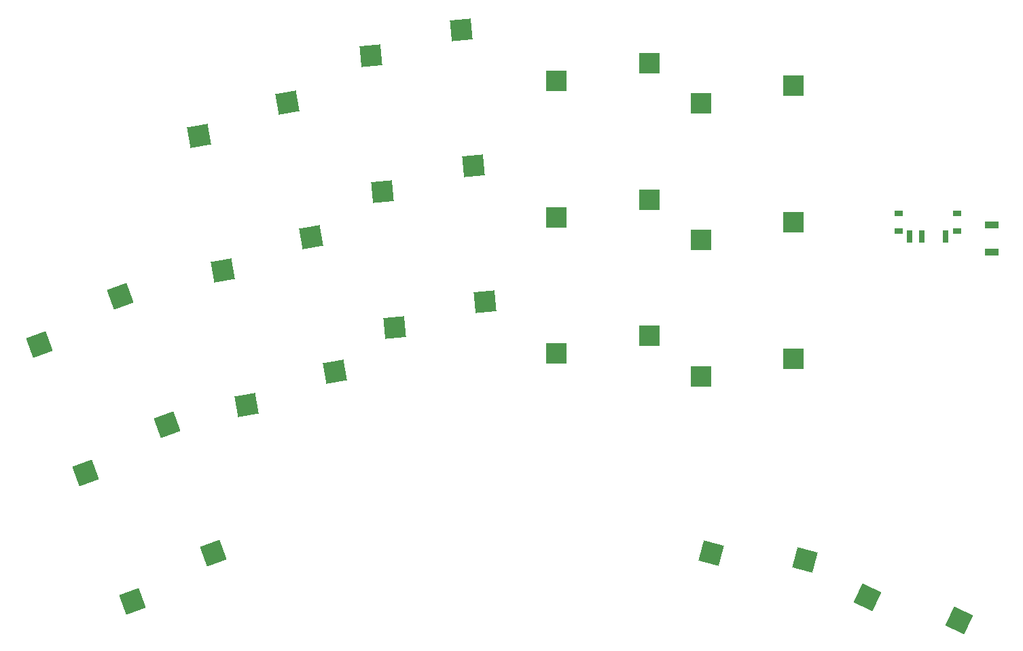
<source format=gbr>
%TF.GenerationSoftware,KiCad,Pcbnew,7.0.2-0*%
%TF.CreationDate,2023-07-16T18:15:17+02:00*%
%TF.ProjectId,lambbt_finished,6c616d62-6274-45f6-9669-6e6973686564,v1.0.0*%
%TF.SameCoordinates,Original*%
%TF.FileFunction,Paste,Top*%
%TF.FilePolarity,Positive*%
%FSLAX46Y46*%
G04 Gerber Fmt 4.6, Leading zero omitted, Abs format (unit mm)*
G04 Created by KiCad (PCBNEW 7.0.2-0) date 2023-07-16 18:15:17*
%MOMM*%
%LPD*%
G01*
G04 APERTURE LIST*
G04 Aperture macros list*
%AMRotRect*
0 Rectangle, with rotation*
0 The origin of the aperture is its center*
0 $1 length*
0 $2 width*
0 $3 Rotation angle, in degrees counterclockwise*
0 Add horizontal line*
21,1,$1,$2,0,0,$3*%
G04 Aperture macros list end*
%ADD10RotRect,2.600000X2.600000X10.000000*%
%ADD11RotRect,2.600000X2.600000X5.000000*%
%ADD12R,2.600000X2.600000*%
%ADD13RotRect,2.600000X2.600000X20.000000*%
%ADD14RotRect,2.600000X2.600000X335.000000*%
%ADD15RotRect,2.600000X2.600000X345.000000*%
%ADD16R,1.700000X0.900000*%
%ADD17R,1.000000X0.800000*%
%ADD18R,0.700000X1.500000*%
G04 APERTURE END LIST*
D10*
%TO.C,S6*%
X162449389Y-90356926D03*
X151456885Y-94529140D03*
%TD*%
D11*
%TO.C,S9*%
X184154962Y-81285457D03*
X172840656Y-84483735D03*
%TD*%
%TO.C,S7*%
X187118255Y-115156080D03*
X175803949Y-118354358D03*
%TD*%
D12*
%TO.C,S10*%
X207556329Y-119430484D03*
X196006329Y-121630484D03*
%TD*%
%TO.C,S15*%
X225556330Y-88263820D03*
X214006330Y-90463820D03*
%TD*%
D13*
%TO.C,S1*%
X153241416Y-146455502D03*
X143140411Y-152473158D03*
%TD*%
D12*
%TO.C,S14*%
X225556329Y-105263815D03*
X214006329Y-107463815D03*
%TD*%
D14*
%TO.C,S17*%
X246170261Y-154904664D03*
X234772646Y-152017301D03*
%TD*%
D15*
%TO.C,S16*%
X226984711Y-147314188D03*
X215258866Y-146449865D03*
%TD*%
D10*
%TO.C,S5*%
X165401409Y-107098657D03*
X154408905Y-111270871D03*
%TD*%
D12*
%TO.C,S13*%
X225556329Y-122263815D03*
X214006329Y-124463815D03*
%TD*%
D13*
%TO.C,S2*%
X147427073Y-130480726D03*
X137326068Y-136498382D03*
%TD*%
D10*
%TO.C,S4*%
X168353426Y-123840390D03*
X157360922Y-128012604D03*
%TD*%
D16*
%TO.C,*%
X250281330Y-105613817D03*
X250281330Y-109013817D03*
%TD*%
D12*
%TO.C,S12*%
X207556331Y-85430481D03*
X196006331Y-87630481D03*
%TD*%
D11*
%TO.C,S8*%
X185636609Y-98220770D03*
X174322303Y-101419048D03*
%TD*%
D12*
%TO.C,S11*%
X207556328Y-102430481D03*
X196006328Y-104630481D03*
%TD*%
D13*
%TO.C,S3*%
X141612730Y-114505951D03*
X131511725Y-120523607D03*
%TD*%
D17*
%TO.C,*%
X245931331Y-106383818D03*
X245931331Y-104173818D03*
X238631331Y-106383818D03*
X238631331Y-104173818D03*
D18*
X244531331Y-107033818D03*
X241531331Y-107033818D03*
X240031331Y-107033818D03*
%TD*%
M02*

</source>
